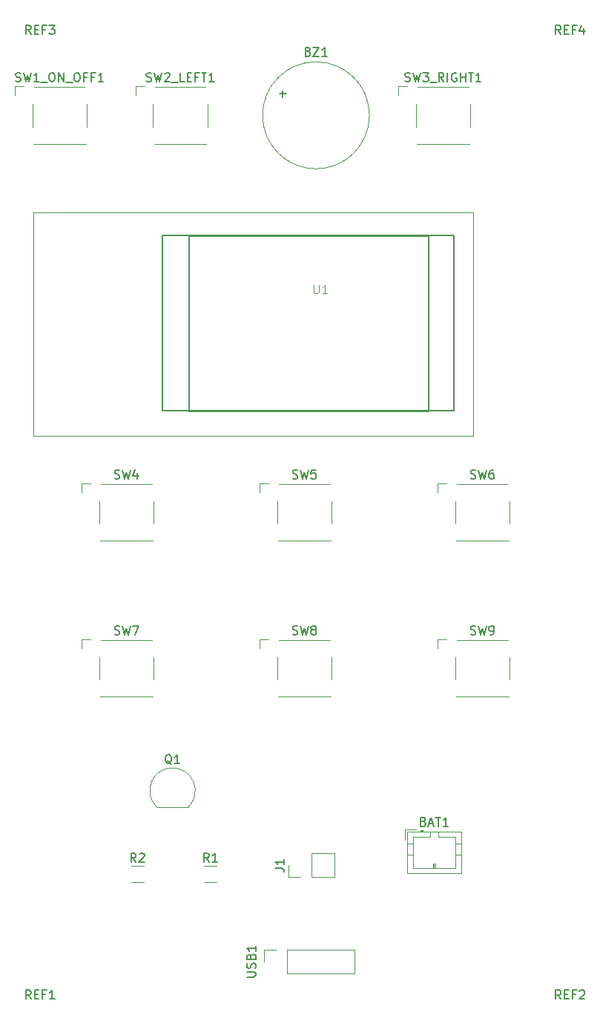
<source format=gbr>
%TF.GenerationSoftware,KiCad,Pcbnew,8.0.2*%
%TF.CreationDate,2024-05-31T11:20:34+02:00*%
%TF.ProjectId,LoRaKid,4c6f5261-4b69-4642-9e6b-696361645f70,rev?*%
%TF.SameCoordinates,Original*%
%TF.FileFunction,Legend,Top*%
%TF.FilePolarity,Positive*%
%FSLAX46Y46*%
G04 Gerber Fmt 4.6, Leading zero omitted, Abs format (unit mm)*
G04 Created by KiCad (PCBNEW 8.0.2) date 2024-05-31 11:20:34*
%MOMM*%
%LPD*%
G01*
G04 APERTURE LIST*
%ADD10C,0.150000*%
%ADD11C,0.100000*%
%ADD12C,0.120000*%
%ADD13C,0.200000*%
G04 APERTURE END LIST*
D10*
X102220000Y-32107200D02*
X102362857Y-32154819D01*
X102362857Y-32154819D02*
X102600952Y-32154819D01*
X102600952Y-32154819D02*
X102696190Y-32107200D01*
X102696190Y-32107200D02*
X102743809Y-32059580D01*
X102743809Y-32059580D02*
X102791428Y-31964342D01*
X102791428Y-31964342D02*
X102791428Y-31869104D01*
X102791428Y-31869104D02*
X102743809Y-31773866D01*
X102743809Y-31773866D02*
X102696190Y-31726247D01*
X102696190Y-31726247D02*
X102600952Y-31678628D01*
X102600952Y-31678628D02*
X102410476Y-31631009D01*
X102410476Y-31631009D02*
X102315238Y-31583390D01*
X102315238Y-31583390D02*
X102267619Y-31535771D01*
X102267619Y-31535771D02*
X102220000Y-31440533D01*
X102220000Y-31440533D02*
X102220000Y-31345295D01*
X102220000Y-31345295D02*
X102267619Y-31250057D01*
X102267619Y-31250057D02*
X102315238Y-31202438D01*
X102315238Y-31202438D02*
X102410476Y-31154819D01*
X102410476Y-31154819D02*
X102648571Y-31154819D01*
X102648571Y-31154819D02*
X102791428Y-31202438D01*
X103124762Y-31154819D02*
X103362857Y-32154819D01*
X103362857Y-32154819D02*
X103553333Y-31440533D01*
X103553333Y-31440533D02*
X103743809Y-32154819D01*
X103743809Y-32154819D02*
X103981905Y-31154819D01*
X104886666Y-32154819D02*
X104315238Y-32154819D01*
X104600952Y-32154819D02*
X104600952Y-31154819D01*
X104600952Y-31154819D02*
X104505714Y-31297676D01*
X104505714Y-31297676D02*
X104410476Y-31392914D01*
X104410476Y-31392914D02*
X104315238Y-31440533D01*
X105077143Y-32250057D02*
X105839047Y-32250057D01*
X106267619Y-31154819D02*
X106458095Y-31154819D01*
X106458095Y-31154819D02*
X106553333Y-31202438D01*
X106553333Y-31202438D02*
X106648571Y-31297676D01*
X106648571Y-31297676D02*
X106696190Y-31488152D01*
X106696190Y-31488152D02*
X106696190Y-31821485D01*
X106696190Y-31821485D02*
X106648571Y-32011961D01*
X106648571Y-32011961D02*
X106553333Y-32107200D01*
X106553333Y-32107200D02*
X106458095Y-32154819D01*
X106458095Y-32154819D02*
X106267619Y-32154819D01*
X106267619Y-32154819D02*
X106172381Y-32107200D01*
X106172381Y-32107200D02*
X106077143Y-32011961D01*
X106077143Y-32011961D02*
X106029524Y-31821485D01*
X106029524Y-31821485D02*
X106029524Y-31488152D01*
X106029524Y-31488152D02*
X106077143Y-31297676D01*
X106077143Y-31297676D02*
X106172381Y-31202438D01*
X106172381Y-31202438D02*
X106267619Y-31154819D01*
X107124762Y-32154819D02*
X107124762Y-31154819D01*
X107124762Y-31154819D02*
X107696190Y-32154819D01*
X107696190Y-32154819D02*
X107696190Y-31154819D01*
X107934286Y-32250057D02*
X108696190Y-32250057D01*
X109124762Y-31154819D02*
X109315238Y-31154819D01*
X109315238Y-31154819D02*
X109410476Y-31202438D01*
X109410476Y-31202438D02*
X109505714Y-31297676D01*
X109505714Y-31297676D02*
X109553333Y-31488152D01*
X109553333Y-31488152D02*
X109553333Y-31821485D01*
X109553333Y-31821485D02*
X109505714Y-32011961D01*
X109505714Y-32011961D02*
X109410476Y-32107200D01*
X109410476Y-32107200D02*
X109315238Y-32154819D01*
X109315238Y-32154819D02*
X109124762Y-32154819D01*
X109124762Y-32154819D02*
X109029524Y-32107200D01*
X109029524Y-32107200D02*
X108934286Y-32011961D01*
X108934286Y-32011961D02*
X108886667Y-31821485D01*
X108886667Y-31821485D02*
X108886667Y-31488152D01*
X108886667Y-31488152D02*
X108934286Y-31297676D01*
X108934286Y-31297676D02*
X109029524Y-31202438D01*
X109029524Y-31202438D02*
X109124762Y-31154819D01*
X110315238Y-31631009D02*
X109981905Y-31631009D01*
X109981905Y-32154819D02*
X109981905Y-31154819D01*
X109981905Y-31154819D02*
X110458095Y-31154819D01*
X111172381Y-31631009D02*
X110839048Y-31631009D01*
X110839048Y-32154819D02*
X110839048Y-31154819D01*
X110839048Y-31154819D02*
X111315238Y-31154819D01*
X112220000Y-32154819D02*
X111648572Y-32154819D01*
X111934286Y-32154819D02*
X111934286Y-31154819D01*
X111934286Y-31154819D02*
X111839048Y-31297676D01*
X111839048Y-31297676D02*
X111743810Y-31392914D01*
X111743810Y-31392914D02*
X111648572Y-31440533D01*
X128604819Y-134238094D02*
X129414342Y-134238094D01*
X129414342Y-134238094D02*
X129509580Y-134190475D01*
X129509580Y-134190475D02*
X129557200Y-134142856D01*
X129557200Y-134142856D02*
X129604819Y-134047618D01*
X129604819Y-134047618D02*
X129604819Y-133857142D01*
X129604819Y-133857142D02*
X129557200Y-133761904D01*
X129557200Y-133761904D02*
X129509580Y-133714285D01*
X129509580Y-133714285D02*
X129414342Y-133666666D01*
X129414342Y-133666666D02*
X128604819Y-133666666D01*
X129557200Y-133238094D02*
X129604819Y-133095237D01*
X129604819Y-133095237D02*
X129604819Y-132857142D01*
X129604819Y-132857142D02*
X129557200Y-132761904D01*
X129557200Y-132761904D02*
X129509580Y-132714285D01*
X129509580Y-132714285D02*
X129414342Y-132666666D01*
X129414342Y-132666666D02*
X129319104Y-132666666D01*
X129319104Y-132666666D02*
X129223866Y-132714285D01*
X129223866Y-132714285D02*
X129176247Y-132761904D01*
X129176247Y-132761904D02*
X129128628Y-132857142D01*
X129128628Y-132857142D02*
X129081009Y-133047618D01*
X129081009Y-133047618D02*
X129033390Y-133142856D01*
X129033390Y-133142856D02*
X128985771Y-133190475D01*
X128985771Y-133190475D02*
X128890533Y-133238094D01*
X128890533Y-133238094D02*
X128795295Y-133238094D01*
X128795295Y-133238094D02*
X128700057Y-133190475D01*
X128700057Y-133190475D02*
X128652438Y-133142856D01*
X128652438Y-133142856D02*
X128604819Y-133047618D01*
X128604819Y-133047618D02*
X128604819Y-132809523D01*
X128604819Y-132809523D02*
X128652438Y-132666666D01*
X129081009Y-131904761D02*
X129128628Y-131761904D01*
X129128628Y-131761904D02*
X129176247Y-131714285D01*
X129176247Y-131714285D02*
X129271485Y-131666666D01*
X129271485Y-131666666D02*
X129414342Y-131666666D01*
X129414342Y-131666666D02*
X129509580Y-131714285D01*
X129509580Y-131714285D02*
X129557200Y-131761904D01*
X129557200Y-131761904D02*
X129604819Y-131857142D01*
X129604819Y-131857142D02*
X129604819Y-132238094D01*
X129604819Y-132238094D02*
X128604819Y-132238094D01*
X128604819Y-132238094D02*
X128604819Y-131904761D01*
X128604819Y-131904761D02*
X128652438Y-131809523D01*
X128652438Y-131809523D02*
X128700057Y-131761904D01*
X128700057Y-131761904D02*
X128795295Y-131714285D01*
X128795295Y-131714285D02*
X128890533Y-131714285D01*
X128890533Y-131714285D02*
X128985771Y-131761904D01*
X128985771Y-131761904D02*
X129033390Y-131809523D01*
X129033390Y-131809523D02*
X129081009Y-131904761D01*
X129081009Y-131904761D02*
X129081009Y-132238094D01*
X129604819Y-130714285D02*
X129604819Y-131285713D01*
X129604819Y-130999999D02*
X128604819Y-130999999D01*
X128604819Y-130999999D02*
X128747676Y-131095237D01*
X128747676Y-131095237D02*
X128842914Y-131190475D01*
X128842914Y-131190475D02*
X128890533Y-131285713D01*
X103952380Y-136754819D02*
X103619047Y-136278628D01*
X103380952Y-136754819D02*
X103380952Y-135754819D01*
X103380952Y-135754819D02*
X103761904Y-135754819D01*
X103761904Y-135754819D02*
X103857142Y-135802438D01*
X103857142Y-135802438D02*
X103904761Y-135850057D01*
X103904761Y-135850057D02*
X103952380Y-135945295D01*
X103952380Y-135945295D02*
X103952380Y-136088152D01*
X103952380Y-136088152D02*
X103904761Y-136183390D01*
X103904761Y-136183390D02*
X103857142Y-136231009D01*
X103857142Y-136231009D02*
X103761904Y-136278628D01*
X103761904Y-136278628D02*
X103380952Y-136278628D01*
X104380952Y-136231009D02*
X104714285Y-136231009D01*
X104857142Y-136754819D02*
X104380952Y-136754819D01*
X104380952Y-136754819D02*
X104380952Y-135754819D01*
X104380952Y-135754819D02*
X104857142Y-135754819D01*
X105619047Y-136231009D02*
X105285714Y-136231009D01*
X105285714Y-136754819D02*
X105285714Y-135754819D01*
X105285714Y-135754819D02*
X105761904Y-135754819D01*
X106666666Y-136754819D02*
X106095238Y-136754819D01*
X106380952Y-136754819D02*
X106380952Y-135754819D01*
X106380952Y-135754819D02*
X106285714Y-135897676D01*
X106285714Y-135897676D02*
X106190476Y-135992914D01*
X106190476Y-135992914D02*
X106095238Y-136040533D01*
X113526667Y-77387200D02*
X113669524Y-77434819D01*
X113669524Y-77434819D02*
X113907619Y-77434819D01*
X113907619Y-77434819D02*
X114002857Y-77387200D01*
X114002857Y-77387200D02*
X114050476Y-77339580D01*
X114050476Y-77339580D02*
X114098095Y-77244342D01*
X114098095Y-77244342D02*
X114098095Y-77149104D01*
X114098095Y-77149104D02*
X114050476Y-77053866D01*
X114050476Y-77053866D02*
X114002857Y-77006247D01*
X114002857Y-77006247D02*
X113907619Y-76958628D01*
X113907619Y-76958628D02*
X113717143Y-76911009D01*
X113717143Y-76911009D02*
X113621905Y-76863390D01*
X113621905Y-76863390D02*
X113574286Y-76815771D01*
X113574286Y-76815771D02*
X113526667Y-76720533D01*
X113526667Y-76720533D02*
X113526667Y-76625295D01*
X113526667Y-76625295D02*
X113574286Y-76530057D01*
X113574286Y-76530057D02*
X113621905Y-76482438D01*
X113621905Y-76482438D02*
X113717143Y-76434819D01*
X113717143Y-76434819D02*
X113955238Y-76434819D01*
X113955238Y-76434819D02*
X114098095Y-76482438D01*
X114431429Y-76434819D02*
X114669524Y-77434819D01*
X114669524Y-77434819D02*
X114860000Y-76720533D01*
X114860000Y-76720533D02*
X115050476Y-77434819D01*
X115050476Y-77434819D02*
X115288572Y-76434819D01*
X116098095Y-76768152D02*
X116098095Y-77434819D01*
X115860000Y-76387200D02*
X115621905Y-77101485D01*
X115621905Y-77101485D02*
X116240952Y-77101485D01*
X146666667Y-32107200D02*
X146809524Y-32154819D01*
X146809524Y-32154819D02*
X147047619Y-32154819D01*
X147047619Y-32154819D02*
X147142857Y-32107200D01*
X147142857Y-32107200D02*
X147190476Y-32059580D01*
X147190476Y-32059580D02*
X147238095Y-31964342D01*
X147238095Y-31964342D02*
X147238095Y-31869104D01*
X147238095Y-31869104D02*
X147190476Y-31773866D01*
X147190476Y-31773866D02*
X147142857Y-31726247D01*
X147142857Y-31726247D02*
X147047619Y-31678628D01*
X147047619Y-31678628D02*
X146857143Y-31631009D01*
X146857143Y-31631009D02*
X146761905Y-31583390D01*
X146761905Y-31583390D02*
X146714286Y-31535771D01*
X146714286Y-31535771D02*
X146666667Y-31440533D01*
X146666667Y-31440533D02*
X146666667Y-31345295D01*
X146666667Y-31345295D02*
X146714286Y-31250057D01*
X146714286Y-31250057D02*
X146761905Y-31202438D01*
X146761905Y-31202438D02*
X146857143Y-31154819D01*
X146857143Y-31154819D02*
X147095238Y-31154819D01*
X147095238Y-31154819D02*
X147238095Y-31202438D01*
X147571429Y-31154819D02*
X147809524Y-32154819D01*
X147809524Y-32154819D02*
X148000000Y-31440533D01*
X148000000Y-31440533D02*
X148190476Y-32154819D01*
X148190476Y-32154819D02*
X148428572Y-31154819D01*
X148714286Y-31154819D02*
X149333333Y-31154819D01*
X149333333Y-31154819D02*
X149000000Y-31535771D01*
X149000000Y-31535771D02*
X149142857Y-31535771D01*
X149142857Y-31535771D02*
X149238095Y-31583390D01*
X149238095Y-31583390D02*
X149285714Y-31631009D01*
X149285714Y-31631009D02*
X149333333Y-31726247D01*
X149333333Y-31726247D02*
X149333333Y-31964342D01*
X149333333Y-31964342D02*
X149285714Y-32059580D01*
X149285714Y-32059580D02*
X149238095Y-32107200D01*
X149238095Y-32107200D02*
X149142857Y-32154819D01*
X149142857Y-32154819D02*
X148857143Y-32154819D01*
X148857143Y-32154819D02*
X148761905Y-32107200D01*
X148761905Y-32107200D02*
X148714286Y-32059580D01*
X149523810Y-32250057D02*
X150285714Y-32250057D01*
X151095238Y-32154819D02*
X150761905Y-31678628D01*
X150523810Y-32154819D02*
X150523810Y-31154819D01*
X150523810Y-31154819D02*
X150904762Y-31154819D01*
X150904762Y-31154819D02*
X151000000Y-31202438D01*
X151000000Y-31202438D02*
X151047619Y-31250057D01*
X151047619Y-31250057D02*
X151095238Y-31345295D01*
X151095238Y-31345295D02*
X151095238Y-31488152D01*
X151095238Y-31488152D02*
X151047619Y-31583390D01*
X151047619Y-31583390D02*
X151000000Y-31631009D01*
X151000000Y-31631009D02*
X150904762Y-31678628D01*
X150904762Y-31678628D02*
X150523810Y-31678628D01*
X151523810Y-32154819D02*
X151523810Y-31154819D01*
X152523809Y-31202438D02*
X152428571Y-31154819D01*
X152428571Y-31154819D02*
X152285714Y-31154819D01*
X152285714Y-31154819D02*
X152142857Y-31202438D01*
X152142857Y-31202438D02*
X152047619Y-31297676D01*
X152047619Y-31297676D02*
X152000000Y-31392914D01*
X152000000Y-31392914D02*
X151952381Y-31583390D01*
X151952381Y-31583390D02*
X151952381Y-31726247D01*
X151952381Y-31726247D02*
X152000000Y-31916723D01*
X152000000Y-31916723D02*
X152047619Y-32011961D01*
X152047619Y-32011961D02*
X152142857Y-32107200D01*
X152142857Y-32107200D02*
X152285714Y-32154819D01*
X152285714Y-32154819D02*
X152380952Y-32154819D01*
X152380952Y-32154819D02*
X152523809Y-32107200D01*
X152523809Y-32107200D02*
X152571428Y-32059580D01*
X152571428Y-32059580D02*
X152571428Y-31726247D01*
X152571428Y-31726247D02*
X152380952Y-31726247D01*
X153000000Y-32154819D02*
X153000000Y-31154819D01*
X153000000Y-31631009D02*
X153571428Y-31631009D01*
X153571428Y-32154819D02*
X153571428Y-31154819D01*
X153904762Y-31154819D02*
X154476190Y-31154819D01*
X154190476Y-32154819D02*
X154190476Y-31154819D01*
X155333333Y-32154819D02*
X154761905Y-32154819D01*
X155047619Y-32154819D02*
X155047619Y-31154819D01*
X155047619Y-31154819D02*
X154952381Y-31297676D01*
X154952381Y-31297676D02*
X154857143Y-31392914D01*
X154857143Y-31392914D02*
X154761905Y-31440533D01*
X120024761Y-109990057D02*
X119929523Y-109942438D01*
X119929523Y-109942438D02*
X119834285Y-109847200D01*
X119834285Y-109847200D02*
X119691428Y-109704342D01*
X119691428Y-109704342D02*
X119596190Y-109656723D01*
X119596190Y-109656723D02*
X119500952Y-109656723D01*
X119548571Y-109894819D02*
X119453333Y-109847200D01*
X119453333Y-109847200D02*
X119358095Y-109751961D01*
X119358095Y-109751961D02*
X119310476Y-109561485D01*
X119310476Y-109561485D02*
X119310476Y-109228152D01*
X119310476Y-109228152D02*
X119358095Y-109037676D01*
X119358095Y-109037676D02*
X119453333Y-108942438D01*
X119453333Y-108942438D02*
X119548571Y-108894819D01*
X119548571Y-108894819D02*
X119739047Y-108894819D01*
X119739047Y-108894819D02*
X119834285Y-108942438D01*
X119834285Y-108942438D02*
X119929523Y-109037676D01*
X119929523Y-109037676D02*
X119977142Y-109228152D01*
X119977142Y-109228152D02*
X119977142Y-109561485D01*
X119977142Y-109561485D02*
X119929523Y-109751961D01*
X119929523Y-109751961D02*
X119834285Y-109847200D01*
X119834285Y-109847200D02*
X119739047Y-109894819D01*
X119739047Y-109894819D02*
X119548571Y-109894819D01*
X120929523Y-109894819D02*
X120358095Y-109894819D01*
X120643809Y-109894819D02*
X120643809Y-108894819D01*
X120643809Y-108894819D02*
X120548571Y-109037676D01*
X120548571Y-109037676D02*
X120453333Y-109132914D01*
X120453333Y-109132914D02*
X120358095Y-109180533D01*
X133846667Y-95167200D02*
X133989524Y-95214819D01*
X133989524Y-95214819D02*
X134227619Y-95214819D01*
X134227619Y-95214819D02*
X134322857Y-95167200D01*
X134322857Y-95167200D02*
X134370476Y-95119580D01*
X134370476Y-95119580D02*
X134418095Y-95024342D01*
X134418095Y-95024342D02*
X134418095Y-94929104D01*
X134418095Y-94929104D02*
X134370476Y-94833866D01*
X134370476Y-94833866D02*
X134322857Y-94786247D01*
X134322857Y-94786247D02*
X134227619Y-94738628D01*
X134227619Y-94738628D02*
X134037143Y-94691009D01*
X134037143Y-94691009D02*
X133941905Y-94643390D01*
X133941905Y-94643390D02*
X133894286Y-94595771D01*
X133894286Y-94595771D02*
X133846667Y-94500533D01*
X133846667Y-94500533D02*
X133846667Y-94405295D01*
X133846667Y-94405295D02*
X133894286Y-94310057D01*
X133894286Y-94310057D02*
X133941905Y-94262438D01*
X133941905Y-94262438D02*
X134037143Y-94214819D01*
X134037143Y-94214819D02*
X134275238Y-94214819D01*
X134275238Y-94214819D02*
X134418095Y-94262438D01*
X134751429Y-94214819D02*
X134989524Y-95214819D01*
X134989524Y-95214819D02*
X135180000Y-94500533D01*
X135180000Y-94500533D02*
X135370476Y-95214819D01*
X135370476Y-95214819D02*
X135608572Y-94214819D01*
X136132381Y-94643390D02*
X136037143Y-94595771D01*
X136037143Y-94595771D02*
X135989524Y-94548152D01*
X135989524Y-94548152D02*
X135941905Y-94452914D01*
X135941905Y-94452914D02*
X135941905Y-94405295D01*
X135941905Y-94405295D02*
X135989524Y-94310057D01*
X135989524Y-94310057D02*
X136037143Y-94262438D01*
X136037143Y-94262438D02*
X136132381Y-94214819D01*
X136132381Y-94214819D02*
X136322857Y-94214819D01*
X136322857Y-94214819D02*
X136418095Y-94262438D01*
X136418095Y-94262438D02*
X136465714Y-94310057D01*
X136465714Y-94310057D02*
X136513333Y-94405295D01*
X136513333Y-94405295D02*
X136513333Y-94452914D01*
X136513333Y-94452914D02*
X136465714Y-94548152D01*
X136465714Y-94548152D02*
X136418095Y-94595771D01*
X136418095Y-94595771D02*
X136322857Y-94643390D01*
X136322857Y-94643390D02*
X136132381Y-94643390D01*
X136132381Y-94643390D02*
X136037143Y-94691009D01*
X136037143Y-94691009D02*
X135989524Y-94738628D01*
X135989524Y-94738628D02*
X135941905Y-94833866D01*
X135941905Y-94833866D02*
X135941905Y-95024342D01*
X135941905Y-95024342D02*
X135989524Y-95119580D01*
X135989524Y-95119580D02*
X136037143Y-95167200D01*
X136037143Y-95167200D02*
X136132381Y-95214819D01*
X136132381Y-95214819D02*
X136322857Y-95214819D01*
X136322857Y-95214819D02*
X136418095Y-95167200D01*
X136418095Y-95167200D02*
X136465714Y-95119580D01*
X136465714Y-95119580D02*
X136513333Y-95024342D01*
X136513333Y-95024342D02*
X136513333Y-94833866D01*
X136513333Y-94833866D02*
X136465714Y-94738628D01*
X136465714Y-94738628D02*
X136418095Y-94691009D01*
X136418095Y-94691009D02*
X136322857Y-94643390D01*
X154166667Y-77387200D02*
X154309524Y-77434819D01*
X154309524Y-77434819D02*
X154547619Y-77434819D01*
X154547619Y-77434819D02*
X154642857Y-77387200D01*
X154642857Y-77387200D02*
X154690476Y-77339580D01*
X154690476Y-77339580D02*
X154738095Y-77244342D01*
X154738095Y-77244342D02*
X154738095Y-77149104D01*
X154738095Y-77149104D02*
X154690476Y-77053866D01*
X154690476Y-77053866D02*
X154642857Y-77006247D01*
X154642857Y-77006247D02*
X154547619Y-76958628D01*
X154547619Y-76958628D02*
X154357143Y-76911009D01*
X154357143Y-76911009D02*
X154261905Y-76863390D01*
X154261905Y-76863390D02*
X154214286Y-76815771D01*
X154214286Y-76815771D02*
X154166667Y-76720533D01*
X154166667Y-76720533D02*
X154166667Y-76625295D01*
X154166667Y-76625295D02*
X154214286Y-76530057D01*
X154214286Y-76530057D02*
X154261905Y-76482438D01*
X154261905Y-76482438D02*
X154357143Y-76434819D01*
X154357143Y-76434819D02*
X154595238Y-76434819D01*
X154595238Y-76434819D02*
X154738095Y-76482438D01*
X155071429Y-76434819D02*
X155309524Y-77434819D01*
X155309524Y-77434819D02*
X155500000Y-76720533D01*
X155500000Y-76720533D02*
X155690476Y-77434819D01*
X155690476Y-77434819D02*
X155928572Y-76434819D01*
X156738095Y-76434819D02*
X156547619Y-76434819D01*
X156547619Y-76434819D02*
X156452381Y-76482438D01*
X156452381Y-76482438D02*
X156404762Y-76530057D01*
X156404762Y-76530057D02*
X156309524Y-76672914D01*
X156309524Y-76672914D02*
X156261905Y-76863390D01*
X156261905Y-76863390D02*
X156261905Y-77244342D01*
X156261905Y-77244342D02*
X156309524Y-77339580D01*
X156309524Y-77339580D02*
X156357143Y-77387200D01*
X156357143Y-77387200D02*
X156452381Y-77434819D01*
X156452381Y-77434819D02*
X156642857Y-77434819D01*
X156642857Y-77434819D02*
X156738095Y-77387200D01*
X156738095Y-77387200D02*
X156785714Y-77339580D01*
X156785714Y-77339580D02*
X156833333Y-77244342D01*
X156833333Y-77244342D02*
X156833333Y-77006247D01*
X156833333Y-77006247D02*
X156785714Y-76911009D01*
X156785714Y-76911009D02*
X156738095Y-76863390D01*
X156738095Y-76863390D02*
X156642857Y-76815771D01*
X156642857Y-76815771D02*
X156452381Y-76815771D01*
X156452381Y-76815771D02*
X156357143Y-76863390D01*
X156357143Y-76863390D02*
X156309524Y-76911009D01*
X156309524Y-76911009D02*
X156261905Y-77006247D01*
X133846667Y-77387200D02*
X133989524Y-77434819D01*
X133989524Y-77434819D02*
X134227619Y-77434819D01*
X134227619Y-77434819D02*
X134322857Y-77387200D01*
X134322857Y-77387200D02*
X134370476Y-77339580D01*
X134370476Y-77339580D02*
X134418095Y-77244342D01*
X134418095Y-77244342D02*
X134418095Y-77149104D01*
X134418095Y-77149104D02*
X134370476Y-77053866D01*
X134370476Y-77053866D02*
X134322857Y-77006247D01*
X134322857Y-77006247D02*
X134227619Y-76958628D01*
X134227619Y-76958628D02*
X134037143Y-76911009D01*
X134037143Y-76911009D02*
X133941905Y-76863390D01*
X133941905Y-76863390D02*
X133894286Y-76815771D01*
X133894286Y-76815771D02*
X133846667Y-76720533D01*
X133846667Y-76720533D02*
X133846667Y-76625295D01*
X133846667Y-76625295D02*
X133894286Y-76530057D01*
X133894286Y-76530057D02*
X133941905Y-76482438D01*
X133941905Y-76482438D02*
X134037143Y-76434819D01*
X134037143Y-76434819D02*
X134275238Y-76434819D01*
X134275238Y-76434819D02*
X134418095Y-76482438D01*
X134751429Y-76434819D02*
X134989524Y-77434819D01*
X134989524Y-77434819D02*
X135180000Y-76720533D01*
X135180000Y-76720533D02*
X135370476Y-77434819D01*
X135370476Y-77434819D02*
X135608572Y-76434819D01*
X136465714Y-76434819D02*
X135989524Y-76434819D01*
X135989524Y-76434819D02*
X135941905Y-76911009D01*
X135941905Y-76911009D02*
X135989524Y-76863390D01*
X135989524Y-76863390D02*
X136084762Y-76815771D01*
X136084762Y-76815771D02*
X136322857Y-76815771D01*
X136322857Y-76815771D02*
X136418095Y-76863390D01*
X136418095Y-76863390D02*
X136465714Y-76911009D01*
X136465714Y-76911009D02*
X136513333Y-77006247D01*
X136513333Y-77006247D02*
X136513333Y-77244342D01*
X136513333Y-77244342D02*
X136465714Y-77339580D01*
X136465714Y-77339580D02*
X136418095Y-77387200D01*
X136418095Y-77387200D02*
X136322857Y-77434819D01*
X136322857Y-77434819D02*
X136084762Y-77434819D01*
X136084762Y-77434819D02*
X135989524Y-77387200D01*
X135989524Y-77387200D02*
X135941905Y-77339580D01*
X148785714Y-116531009D02*
X148928571Y-116578628D01*
X148928571Y-116578628D02*
X148976190Y-116626247D01*
X148976190Y-116626247D02*
X149023809Y-116721485D01*
X149023809Y-116721485D02*
X149023809Y-116864342D01*
X149023809Y-116864342D02*
X148976190Y-116959580D01*
X148976190Y-116959580D02*
X148928571Y-117007200D01*
X148928571Y-117007200D02*
X148833333Y-117054819D01*
X148833333Y-117054819D02*
X148452381Y-117054819D01*
X148452381Y-117054819D02*
X148452381Y-116054819D01*
X148452381Y-116054819D02*
X148785714Y-116054819D01*
X148785714Y-116054819D02*
X148880952Y-116102438D01*
X148880952Y-116102438D02*
X148928571Y-116150057D01*
X148928571Y-116150057D02*
X148976190Y-116245295D01*
X148976190Y-116245295D02*
X148976190Y-116340533D01*
X148976190Y-116340533D02*
X148928571Y-116435771D01*
X148928571Y-116435771D02*
X148880952Y-116483390D01*
X148880952Y-116483390D02*
X148785714Y-116531009D01*
X148785714Y-116531009D02*
X148452381Y-116531009D01*
X149404762Y-116769104D02*
X149880952Y-116769104D01*
X149309524Y-117054819D02*
X149642857Y-116054819D01*
X149642857Y-116054819D02*
X149976190Y-117054819D01*
X150166667Y-116054819D02*
X150738095Y-116054819D01*
X150452381Y-117054819D02*
X150452381Y-116054819D01*
X151595238Y-117054819D02*
X151023810Y-117054819D01*
X151309524Y-117054819D02*
X151309524Y-116054819D01*
X151309524Y-116054819D02*
X151214286Y-116197676D01*
X151214286Y-116197676D02*
X151119048Y-116292914D01*
X151119048Y-116292914D02*
X151023810Y-116340533D01*
X103952380Y-26754819D02*
X103619047Y-26278628D01*
X103380952Y-26754819D02*
X103380952Y-25754819D01*
X103380952Y-25754819D02*
X103761904Y-25754819D01*
X103761904Y-25754819D02*
X103857142Y-25802438D01*
X103857142Y-25802438D02*
X103904761Y-25850057D01*
X103904761Y-25850057D02*
X103952380Y-25945295D01*
X103952380Y-25945295D02*
X103952380Y-26088152D01*
X103952380Y-26088152D02*
X103904761Y-26183390D01*
X103904761Y-26183390D02*
X103857142Y-26231009D01*
X103857142Y-26231009D02*
X103761904Y-26278628D01*
X103761904Y-26278628D02*
X103380952Y-26278628D01*
X104380952Y-26231009D02*
X104714285Y-26231009D01*
X104857142Y-26754819D02*
X104380952Y-26754819D01*
X104380952Y-26754819D02*
X104380952Y-25754819D01*
X104380952Y-25754819D02*
X104857142Y-25754819D01*
X105619047Y-26231009D02*
X105285714Y-26231009D01*
X105285714Y-26754819D02*
X105285714Y-25754819D01*
X105285714Y-25754819D02*
X105761904Y-25754819D01*
X106047619Y-25754819D02*
X106666666Y-25754819D01*
X106666666Y-25754819D02*
X106333333Y-26135771D01*
X106333333Y-26135771D02*
X106476190Y-26135771D01*
X106476190Y-26135771D02*
X106571428Y-26183390D01*
X106571428Y-26183390D02*
X106619047Y-26231009D01*
X106619047Y-26231009D02*
X106666666Y-26326247D01*
X106666666Y-26326247D02*
X106666666Y-26564342D01*
X106666666Y-26564342D02*
X106619047Y-26659580D01*
X106619047Y-26659580D02*
X106571428Y-26707200D01*
X106571428Y-26707200D02*
X106476190Y-26754819D01*
X106476190Y-26754819D02*
X106190476Y-26754819D01*
X106190476Y-26754819D02*
X106095238Y-26707200D01*
X106095238Y-26707200D02*
X106047619Y-26659580D01*
X135619047Y-28731009D02*
X135761904Y-28778628D01*
X135761904Y-28778628D02*
X135809523Y-28826247D01*
X135809523Y-28826247D02*
X135857142Y-28921485D01*
X135857142Y-28921485D02*
X135857142Y-29064342D01*
X135857142Y-29064342D02*
X135809523Y-29159580D01*
X135809523Y-29159580D02*
X135761904Y-29207200D01*
X135761904Y-29207200D02*
X135666666Y-29254819D01*
X135666666Y-29254819D02*
X135285714Y-29254819D01*
X135285714Y-29254819D02*
X135285714Y-28254819D01*
X135285714Y-28254819D02*
X135619047Y-28254819D01*
X135619047Y-28254819D02*
X135714285Y-28302438D01*
X135714285Y-28302438D02*
X135761904Y-28350057D01*
X135761904Y-28350057D02*
X135809523Y-28445295D01*
X135809523Y-28445295D02*
X135809523Y-28540533D01*
X135809523Y-28540533D02*
X135761904Y-28635771D01*
X135761904Y-28635771D02*
X135714285Y-28683390D01*
X135714285Y-28683390D02*
X135619047Y-28731009D01*
X135619047Y-28731009D02*
X135285714Y-28731009D01*
X136190476Y-28254819D02*
X136857142Y-28254819D01*
X136857142Y-28254819D02*
X136190476Y-29254819D01*
X136190476Y-29254819D02*
X136857142Y-29254819D01*
X137761904Y-29254819D02*
X137190476Y-29254819D01*
X137476190Y-29254819D02*
X137476190Y-28254819D01*
X137476190Y-28254819D02*
X137380952Y-28397676D01*
X137380952Y-28397676D02*
X137285714Y-28492914D01*
X137285714Y-28492914D02*
X137190476Y-28540533D01*
X132309048Y-33533866D02*
X133070953Y-33533866D01*
X132690000Y-33914819D02*
X132690000Y-33152914D01*
X124283333Y-121134819D02*
X123950000Y-120658628D01*
X123711905Y-121134819D02*
X123711905Y-120134819D01*
X123711905Y-120134819D02*
X124092857Y-120134819D01*
X124092857Y-120134819D02*
X124188095Y-120182438D01*
X124188095Y-120182438D02*
X124235714Y-120230057D01*
X124235714Y-120230057D02*
X124283333Y-120325295D01*
X124283333Y-120325295D02*
X124283333Y-120468152D01*
X124283333Y-120468152D02*
X124235714Y-120563390D01*
X124235714Y-120563390D02*
X124188095Y-120611009D01*
X124188095Y-120611009D02*
X124092857Y-120658628D01*
X124092857Y-120658628D02*
X123711905Y-120658628D01*
X125235714Y-121134819D02*
X124664286Y-121134819D01*
X124950000Y-121134819D02*
X124950000Y-120134819D01*
X124950000Y-120134819D02*
X124854762Y-120277676D01*
X124854762Y-120277676D02*
X124759524Y-120372914D01*
X124759524Y-120372914D02*
X124664286Y-120420533D01*
D11*
X136226895Y-55337419D02*
X136226895Y-56146942D01*
X136226895Y-56146942D02*
X136274514Y-56242180D01*
X136274514Y-56242180D02*
X136322133Y-56289800D01*
X136322133Y-56289800D02*
X136417371Y-56337419D01*
X136417371Y-56337419D02*
X136607847Y-56337419D01*
X136607847Y-56337419D02*
X136703085Y-56289800D01*
X136703085Y-56289800D02*
X136750704Y-56242180D01*
X136750704Y-56242180D02*
X136798323Y-56146942D01*
X136798323Y-56146942D02*
X136798323Y-55337419D01*
X137798323Y-56337419D02*
X137226895Y-56337419D01*
X137512609Y-56337419D02*
X137512609Y-55337419D01*
X137512609Y-55337419D02*
X137417371Y-55480276D01*
X137417371Y-55480276D02*
X137322133Y-55575514D01*
X137322133Y-55575514D02*
X137226895Y-55623133D01*
D10*
X164452380Y-26754819D02*
X164119047Y-26278628D01*
X163880952Y-26754819D02*
X163880952Y-25754819D01*
X163880952Y-25754819D02*
X164261904Y-25754819D01*
X164261904Y-25754819D02*
X164357142Y-25802438D01*
X164357142Y-25802438D02*
X164404761Y-25850057D01*
X164404761Y-25850057D02*
X164452380Y-25945295D01*
X164452380Y-25945295D02*
X164452380Y-26088152D01*
X164452380Y-26088152D02*
X164404761Y-26183390D01*
X164404761Y-26183390D02*
X164357142Y-26231009D01*
X164357142Y-26231009D02*
X164261904Y-26278628D01*
X164261904Y-26278628D02*
X163880952Y-26278628D01*
X164880952Y-26231009D02*
X165214285Y-26231009D01*
X165357142Y-26754819D02*
X164880952Y-26754819D01*
X164880952Y-26754819D02*
X164880952Y-25754819D01*
X164880952Y-25754819D02*
X165357142Y-25754819D01*
X166119047Y-26231009D02*
X165785714Y-26231009D01*
X165785714Y-26754819D02*
X165785714Y-25754819D01*
X165785714Y-25754819D02*
X166261904Y-25754819D01*
X167071428Y-26088152D02*
X167071428Y-26754819D01*
X166833333Y-25707200D02*
X166595238Y-26421485D01*
X166595238Y-26421485D02*
X167214285Y-26421485D01*
X117142857Y-32107200D02*
X117285714Y-32154819D01*
X117285714Y-32154819D02*
X117523809Y-32154819D01*
X117523809Y-32154819D02*
X117619047Y-32107200D01*
X117619047Y-32107200D02*
X117666666Y-32059580D01*
X117666666Y-32059580D02*
X117714285Y-31964342D01*
X117714285Y-31964342D02*
X117714285Y-31869104D01*
X117714285Y-31869104D02*
X117666666Y-31773866D01*
X117666666Y-31773866D02*
X117619047Y-31726247D01*
X117619047Y-31726247D02*
X117523809Y-31678628D01*
X117523809Y-31678628D02*
X117333333Y-31631009D01*
X117333333Y-31631009D02*
X117238095Y-31583390D01*
X117238095Y-31583390D02*
X117190476Y-31535771D01*
X117190476Y-31535771D02*
X117142857Y-31440533D01*
X117142857Y-31440533D02*
X117142857Y-31345295D01*
X117142857Y-31345295D02*
X117190476Y-31250057D01*
X117190476Y-31250057D02*
X117238095Y-31202438D01*
X117238095Y-31202438D02*
X117333333Y-31154819D01*
X117333333Y-31154819D02*
X117571428Y-31154819D01*
X117571428Y-31154819D02*
X117714285Y-31202438D01*
X118047619Y-31154819D02*
X118285714Y-32154819D01*
X118285714Y-32154819D02*
X118476190Y-31440533D01*
X118476190Y-31440533D02*
X118666666Y-32154819D01*
X118666666Y-32154819D02*
X118904762Y-31154819D01*
X119238095Y-31250057D02*
X119285714Y-31202438D01*
X119285714Y-31202438D02*
X119380952Y-31154819D01*
X119380952Y-31154819D02*
X119619047Y-31154819D01*
X119619047Y-31154819D02*
X119714285Y-31202438D01*
X119714285Y-31202438D02*
X119761904Y-31250057D01*
X119761904Y-31250057D02*
X119809523Y-31345295D01*
X119809523Y-31345295D02*
X119809523Y-31440533D01*
X119809523Y-31440533D02*
X119761904Y-31583390D01*
X119761904Y-31583390D02*
X119190476Y-32154819D01*
X119190476Y-32154819D02*
X119809523Y-32154819D01*
X120000000Y-32250057D02*
X120761904Y-32250057D01*
X121476190Y-32154819D02*
X121000000Y-32154819D01*
X121000000Y-32154819D02*
X121000000Y-31154819D01*
X121809524Y-31631009D02*
X122142857Y-31631009D01*
X122285714Y-32154819D02*
X121809524Y-32154819D01*
X121809524Y-32154819D02*
X121809524Y-31154819D01*
X121809524Y-31154819D02*
X122285714Y-31154819D01*
X123047619Y-31631009D02*
X122714286Y-31631009D01*
X122714286Y-32154819D02*
X122714286Y-31154819D01*
X122714286Y-31154819D02*
X123190476Y-31154819D01*
X123428572Y-31154819D02*
X124000000Y-31154819D01*
X123714286Y-32154819D02*
X123714286Y-31154819D01*
X124857143Y-32154819D02*
X124285715Y-32154819D01*
X124571429Y-32154819D02*
X124571429Y-31154819D01*
X124571429Y-31154819D02*
X124476191Y-31297676D01*
X124476191Y-31297676D02*
X124380953Y-31392914D01*
X124380953Y-31392914D02*
X124285715Y-31440533D01*
X115953333Y-121134819D02*
X115620000Y-120658628D01*
X115381905Y-121134819D02*
X115381905Y-120134819D01*
X115381905Y-120134819D02*
X115762857Y-120134819D01*
X115762857Y-120134819D02*
X115858095Y-120182438D01*
X115858095Y-120182438D02*
X115905714Y-120230057D01*
X115905714Y-120230057D02*
X115953333Y-120325295D01*
X115953333Y-120325295D02*
X115953333Y-120468152D01*
X115953333Y-120468152D02*
X115905714Y-120563390D01*
X115905714Y-120563390D02*
X115858095Y-120611009D01*
X115858095Y-120611009D02*
X115762857Y-120658628D01*
X115762857Y-120658628D02*
X115381905Y-120658628D01*
X116334286Y-120230057D02*
X116381905Y-120182438D01*
X116381905Y-120182438D02*
X116477143Y-120134819D01*
X116477143Y-120134819D02*
X116715238Y-120134819D01*
X116715238Y-120134819D02*
X116810476Y-120182438D01*
X116810476Y-120182438D02*
X116858095Y-120230057D01*
X116858095Y-120230057D02*
X116905714Y-120325295D01*
X116905714Y-120325295D02*
X116905714Y-120420533D01*
X116905714Y-120420533D02*
X116858095Y-120563390D01*
X116858095Y-120563390D02*
X116286667Y-121134819D01*
X116286667Y-121134819D02*
X116905714Y-121134819D01*
X113526667Y-95167200D02*
X113669524Y-95214819D01*
X113669524Y-95214819D02*
X113907619Y-95214819D01*
X113907619Y-95214819D02*
X114002857Y-95167200D01*
X114002857Y-95167200D02*
X114050476Y-95119580D01*
X114050476Y-95119580D02*
X114098095Y-95024342D01*
X114098095Y-95024342D02*
X114098095Y-94929104D01*
X114098095Y-94929104D02*
X114050476Y-94833866D01*
X114050476Y-94833866D02*
X114002857Y-94786247D01*
X114002857Y-94786247D02*
X113907619Y-94738628D01*
X113907619Y-94738628D02*
X113717143Y-94691009D01*
X113717143Y-94691009D02*
X113621905Y-94643390D01*
X113621905Y-94643390D02*
X113574286Y-94595771D01*
X113574286Y-94595771D02*
X113526667Y-94500533D01*
X113526667Y-94500533D02*
X113526667Y-94405295D01*
X113526667Y-94405295D02*
X113574286Y-94310057D01*
X113574286Y-94310057D02*
X113621905Y-94262438D01*
X113621905Y-94262438D02*
X113717143Y-94214819D01*
X113717143Y-94214819D02*
X113955238Y-94214819D01*
X113955238Y-94214819D02*
X114098095Y-94262438D01*
X114431429Y-94214819D02*
X114669524Y-95214819D01*
X114669524Y-95214819D02*
X114860000Y-94500533D01*
X114860000Y-94500533D02*
X115050476Y-95214819D01*
X115050476Y-95214819D02*
X115288572Y-94214819D01*
X115574286Y-94214819D02*
X116240952Y-94214819D01*
X116240952Y-94214819D02*
X115812381Y-95214819D01*
X131849819Y-121833333D02*
X132564104Y-121833333D01*
X132564104Y-121833333D02*
X132706961Y-121880952D01*
X132706961Y-121880952D02*
X132802200Y-121976190D01*
X132802200Y-121976190D02*
X132849819Y-122119047D01*
X132849819Y-122119047D02*
X132849819Y-122214285D01*
X132849819Y-120833333D02*
X132849819Y-121404761D01*
X132849819Y-121119047D02*
X131849819Y-121119047D01*
X131849819Y-121119047D02*
X131992676Y-121214285D01*
X131992676Y-121214285D02*
X132087914Y-121309523D01*
X132087914Y-121309523D02*
X132135533Y-121404761D01*
X154166667Y-95167200D02*
X154309524Y-95214819D01*
X154309524Y-95214819D02*
X154547619Y-95214819D01*
X154547619Y-95214819D02*
X154642857Y-95167200D01*
X154642857Y-95167200D02*
X154690476Y-95119580D01*
X154690476Y-95119580D02*
X154738095Y-95024342D01*
X154738095Y-95024342D02*
X154738095Y-94929104D01*
X154738095Y-94929104D02*
X154690476Y-94833866D01*
X154690476Y-94833866D02*
X154642857Y-94786247D01*
X154642857Y-94786247D02*
X154547619Y-94738628D01*
X154547619Y-94738628D02*
X154357143Y-94691009D01*
X154357143Y-94691009D02*
X154261905Y-94643390D01*
X154261905Y-94643390D02*
X154214286Y-94595771D01*
X154214286Y-94595771D02*
X154166667Y-94500533D01*
X154166667Y-94500533D02*
X154166667Y-94405295D01*
X154166667Y-94405295D02*
X154214286Y-94310057D01*
X154214286Y-94310057D02*
X154261905Y-94262438D01*
X154261905Y-94262438D02*
X154357143Y-94214819D01*
X154357143Y-94214819D02*
X154595238Y-94214819D01*
X154595238Y-94214819D02*
X154738095Y-94262438D01*
X155071429Y-94214819D02*
X155309524Y-95214819D01*
X155309524Y-95214819D02*
X155500000Y-94500533D01*
X155500000Y-94500533D02*
X155690476Y-95214819D01*
X155690476Y-95214819D02*
X155928572Y-94214819D01*
X156357143Y-95214819D02*
X156547619Y-95214819D01*
X156547619Y-95214819D02*
X156642857Y-95167200D01*
X156642857Y-95167200D02*
X156690476Y-95119580D01*
X156690476Y-95119580D02*
X156785714Y-94976723D01*
X156785714Y-94976723D02*
X156833333Y-94786247D01*
X156833333Y-94786247D02*
X156833333Y-94405295D01*
X156833333Y-94405295D02*
X156785714Y-94310057D01*
X156785714Y-94310057D02*
X156738095Y-94262438D01*
X156738095Y-94262438D02*
X156642857Y-94214819D01*
X156642857Y-94214819D02*
X156452381Y-94214819D01*
X156452381Y-94214819D02*
X156357143Y-94262438D01*
X156357143Y-94262438D02*
X156309524Y-94310057D01*
X156309524Y-94310057D02*
X156261905Y-94405295D01*
X156261905Y-94405295D02*
X156261905Y-94643390D01*
X156261905Y-94643390D02*
X156309524Y-94738628D01*
X156309524Y-94738628D02*
X156357143Y-94786247D01*
X156357143Y-94786247D02*
X156452381Y-94833866D01*
X156452381Y-94833866D02*
X156642857Y-94833866D01*
X156642857Y-94833866D02*
X156738095Y-94786247D01*
X156738095Y-94786247D02*
X156785714Y-94738628D01*
X156785714Y-94738628D02*
X156833333Y-94643390D01*
X164452380Y-136754819D02*
X164119047Y-136278628D01*
X163880952Y-136754819D02*
X163880952Y-135754819D01*
X163880952Y-135754819D02*
X164261904Y-135754819D01*
X164261904Y-135754819D02*
X164357142Y-135802438D01*
X164357142Y-135802438D02*
X164404761Y-135850057D01*
X164404761Y-135850057D02*
X164452380Y-135945295D01*
X164452380Y-135945295D02*
X164452380Y-136088152D01*
X164452380Y-136088152D02*
X164404761Y-136183390D01*
X164404761Y-136183390D02*
X164357142Y-136231009D01*
X164357142Y-136231009D02*
X164261904Y-136278628D01*
X164261904Y-136278628D02*
X163880952Y-136278628D01*
X164880952Y-136231009D02*
X165214285Y-136231009D01*
X165357142Y-136754819D02*
X164880952Y-136754819D01*
X164880952Y-136754819D02*
X164880952Y-135754819D01*
X164880952Y-135754819D02*
X165357142Y-135754819D01*
X166119047Y-136231009D02*
X165785714Y-136231009D01*
X165785714Y-136754819D02*
X165785714Y-135754819D01*
X165785714Y-135754819D02*
X166261904Y-135754819D01*
X166595238Y-135850057D02*
X166642857Y-135802438D01*
X166642857Y-135802438D02*
X166738095Y-135754819D01*
X166738095Y-135754819D02*
X166976190Y-135754819D01*
X166976190Y-135754819D02*
X167071428Y-135802438D01*
X167071428Y-135802438D02*
X167119047Y-135850057D01*
X167119047Y-135850057D02*
X167166666Y-135945295D01*
X167166666Y-135945295D02*
X167166666Y-136040533D01*
X167166666Y-136040533D02*
X167119047Y-136183390D01*
X167119047Y-136183390D02*
X166547619Y-136754819D01*
X166547619Y-136754819D02*
X167166666Y-136754819D01*
D12*
%TO.C,SW1_ON_OFF1*%
X102120000Y-32700000D02*
X103120000Y-32700000D01*
X102120000Y-33700000D02*
X102120000Y-32700000D01*
X104120000Y-34700000D02*
X104120000Y-37300000D01*
X110120000Y-32750000D02*
X104320000Y-32750000D01*
X110220000Y-39250000D02*
X104220000Y-39250000D01*
X110320000Y-34700000D02*
X110320000Y-37300000D01*
%TO.C,USB1*%
X130590000Y-131170000D02*
X131920000Y-131170000D01*
X130590000Y-132500000D02*
X130590000Y-131170000D01*
X133190000Y-131170000D02*
X140870000Y-131170000D01*
X133190000Y-133830000D02*
X133190000Y-131170000D01*
X133190000Y-133830000D02*
X140870000Y-133830000D01*
X140870000Y-133830000D02*
X140870000Y-131170000D01*
%TO.C,SW4*%
X109760000Y-77980000D02*
X110760000Y-77980000D01*
X109760000Y-78980000D02*
X109760000Y-77980000D01*
X111760000Y-79980000D02*
X111760000Y-82580000D01*
X117760000Y-78030000D02*
X111960000Y-78030000D01*
X117860000Y-84530000D02*
X111860000Y-84530000D01*
X117960000Y-79980000D02*
X117960000Y-82580000D01*
%TO.C,SW3_RIGHT1*%
X145900000Y-32700000D02*
X146900000Y-32700000D01*
X145900000Y-33700000D02*
X145900000Y-32700000D01*
X147900000Y-34700000D02*
X147900000Y-37300000D01*
X153900000Y-32750000D02*
X148100000Y-32750000D01*
X154000000Y-39250000D02*
X148000000Y-39250000D01*
X154100000Y-34700000D02*
X154100000Y-37300000D01*
%TO.C,Q1*%
X118320000Y-114850000D02*
X121920000Y-114850000D01*
X118281522Y-114838478D02*
G75*
G02*
X120120000Y-110399999I1838478J1838478D01*
G01*
X120120000Y-110400000D02*
G75*
G02*
X121958478Y-114838478I0J-2600000D01*
G01*
%TO.C,SW8*%
X130080000Y-95760000D02*
X131080000Y-95760000D01*
X130080000Y-96760000D02*
X130080000Y-95760000D01*
X132080000Y-97760000D02*
X132080000Y-100360000D01*
X138080000Y-95810000D02*
X132280000Y-95810000D01*
X138180000Y-102310000D02*
X132180000Y-102310000D01*
X138280000Y-97760000D02*
X138280000Y-100360000D01*
%TO.C,SW6*%
X150400000Y-77980000D02*
X151400000Y-77980000D01*
X150400000Y-78980000D02*
X150400000Y-77980000D01*
X152400000Y-79980000D02*
X152400000Y-82580000D01*
X158400000Y-78030000D02*
X152600000Y-78030000D01*
X158500000Y-84530000D02*
X152500000Y-84530000D01*
X158600000Y-79980000D02*
X158600000Y-82580000D01*
%TO.C,SW5*%
X130080000Y-77980000D02*
X131080000Y-77980000D01*
X130080000Y-78980000D02*
X130080000Y-77980000D01*
X132080000Y-79980000D02*
X132080000Y-82580000D01*
X138080000Y-78030000D02*
X132280000Y-78030000D01*
X138180000Y-84530000D02*
X132180000Y-84530000D01*
X138280000Y-79980000D02*
X138280000Y-82580000D01*
%TO.C,BAT1*%
X146640000Y-117390000D02*
X146640000Y-118640000D01*
X146940000Y-117690000D02*
X146940000Y-122410000D01*
X146940000Y-119000000D02*
X147550000Y-119000000D01*
X146940000Y-120300000D02*
X147550000Y-120300000D01*
X146940000Y-122410000D02*
X153060000Y-122410000D01*
X147550000Y-118300000D02*
X147550000Y-121800000D01*
X147550000Y-121800000D02*
X152450000Y-121800000D01*
X147890000Y-117390000D02*
X146640000Y-117390000D01*
X148400000Y-117490000D02*
X148400000Y-117690000D01*
X148700000Y-117490000D02*
X148400000Y-117490000D01*
X148700000Y-117590000D02*
X148400000Y-117590000D01*
X148700000Y-117690000D02*
X148700000Y-117490000D01*
X149500000Y-117690000D02*
X149500000Y-118300000D01*
X149500000Y-118300000D02*
X147550000Y-118300000D01*
X149900000Y-121300000D02*
X150100000Y-121300000D01*
X149900000Y-121800000D02*
X149900000Y-121300000D01*
X150000000Y-121800000D02*
X150000000Y-121300000D01*
X150100000Y-121300000D02*
X150100000Y-121800000D01*
X150500000Y-118300000D02*
X150500000Y-117690000D01*
X152450000Y-118300000D02*
X150500000Y-118300000D01*
X152450000Y-121800000D02*
X152450000Y-118300000D01*
X153060000Y-117690000D02*
X146940000Y-117690000D01*
X153060000Y-119000000D02*
X152450000Y-119000000D01*
X153060000Y-120300000D02*
X152450000Y-120300000D01*
X153060000Y-122410000D02*
X153060000Y-117690000D01*
%TO.C,BZ1*%
X142600000Y-36000000D02*
G75*
G02*
X130400000Y-36000000I-6100000J0D01*
G01*
X130400000Y-36000000D02*
G75*
G02*
X142600000Y-36000000I6100000J0D01*
G01*
%TO.C,R1*%
X123722936Y-121590000D02*
X125177064Y-121590000D01*
X123722936Y-123410000D02*
X125177064Y-123410000D01*
%TO.C,U1*%
D11*
X104253615Y-47083086D02*
X154453615Y-47083086D01*
X154453615Y-72583086D01*
X104253615Y-72583086D01*
X104253615Y-47083086D01*
D13*
X118948800Y-49696314D02*
X152228800Y-49696314D01*
X152228800Y-69696314D01*
X118948800Y-69696314D01*
X118948800Y-49696314D01*
X122051196Y-49788388D02*
X149331196Y-49788388D01*
X149331196Y-69788388D01*
X122051196Y-69788388D01*
X122051196Y-49788388D01*
D12*
%TO.C,SW2_LEFT1*%
X115900000Y-32700000D02*
X116900000Y-32700000D01*
X115900000Y-33700000D02*
X115900000Y-32700000D01*
X117900000Y-34700000D02*
X117900000Y-37300000D01*
X123900000Y-32750000D02*
X118100000Y-32750000D01*
X124000000Y-39250000D02*
X118000000Y-39250000D01*
X124100000Y-34700000D02*
X124100000Y-37300000D01*
%TO.C,R2*%
X115392936Y-121590000D02*
X116847064Y-121590000D01*
X115392936Y-123410000D02*
X116847064Y-123410000D01*
%TO.C,SW7*%
X109760000Y-95760000D02*
X110760000Y-95760000D01*
X109760000Y-96760000D02*
X109760000Y-95760000D01*
X111760000Y-97760000D02*
X111760000Y-100360000D01*
X117760000Y-95810000D02*
X111960000Y-95810000D01*
X117860000Y-102310000D02*
X111860000Y-102310000D01*
X117960000Y-97760000D02*
X117960000Y-100360000D01*
%TO.C,J1*%
X133395000Y-122830000D02*
X133395000Y-121500000D01*
X134725000Y-122830000D02*
X133395000Y-122830000D01*
X135995000Y-120170000D02*
X138595000Y-120170000D01*
X135995000Y-122830000D02*
X135995000Y-120170000D01*
X135995000Y-122830000D02*
X138595000Y-122830000D01*
X138595000Y-122830000D02*
X138595000Y-120170000D01*
%TO.C,SW9*%
X150400000Y-95760000D02*
X151400000Y-95760000D01*
X150400000Y-96760000D02*
X150400000Y-95760000D01*
X152400000Y-97760000D02*
X152400000Y-100360000D01*
X158400000Y-95810000D02*
X152600000Y-95810000D01*
X158500000Y-102310000D02*
X152500000Y-102310000D01*
X158600000Y-97760000D02*
X158600000Y-100360000D01*
%TD*%
M02*

</source>
